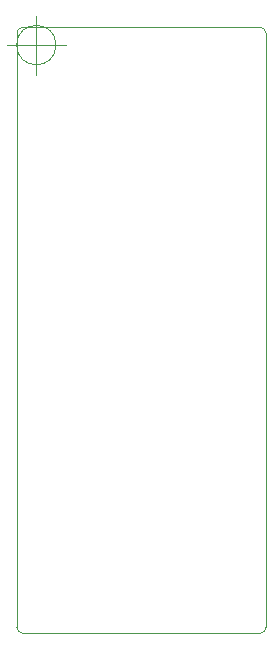
<source format=gm1>
G04 #@! TF.GenerationSoftware,KiCad,Pcbnew,(5.1.9)-1*
G04 #@! TF.CreationDate,2021-06-07T20:00:39+01:00*
G04 #@! TF.ProjectId,EnvOpenPico,456e764f-7065-46e5-9069-636f2e6b6963,REV1*
G04 #@! TF.SameCoordinates,Original*
G04 #@! TF.FileFunction,Profile,NP*
%FSLAX46Y46*%
G04 Gerber Fmt 4.6, Leading zero omitted, Abs format (unit mm)*
G04 Created by KiCad (PCBNEW (5.1.9)-1) date 2021-06-07 20:00:39*
%MOMM*%
%LPD*%
G01*
G04 APERTURE LIST*
G04 #@! TA.AperFunction,Profile*
%ADD10C,0.050000*%
G04 #@! TD*
G04 APERTURE END LIST*
D10*
X96416666Y-58725000D02*
G75*
G03*
X96416666Y-58725000I-1666666J0D01*
G01*
X92250000Y-58725000D02*
X97250000Y-58725000D01*
X94750000Y-56225000D02*
X94750000Y-61225000D01*
X114190000Y-108025000D02*
G75*
G02*
X113690000Y-108525000I-500000J0D01*
G01*
X93600000Y-108525000D02*
G75*
G02*
X93100000Y-108025000I0J500000D01*
G01*
X93100000Y-57725000D02*
G75*
G02*
X93600000Y-57225000I500000J0D01*
G01*
X113690000Y-57225000D02*
G75*
G02*
X114190000Y-57725000I0J-500000D01*
G01*
X114190000Y-108025000D02*
X114190000Y-57725000D01*
X93600000Y-57225000D02*
X113690000Y-57225000D01*
X93100000Y-108025000D02*
X93100000Y-57725000D01*
X93600000Y-108525000D02*
X113690000Y-108525000D01*
M02*

</source>
